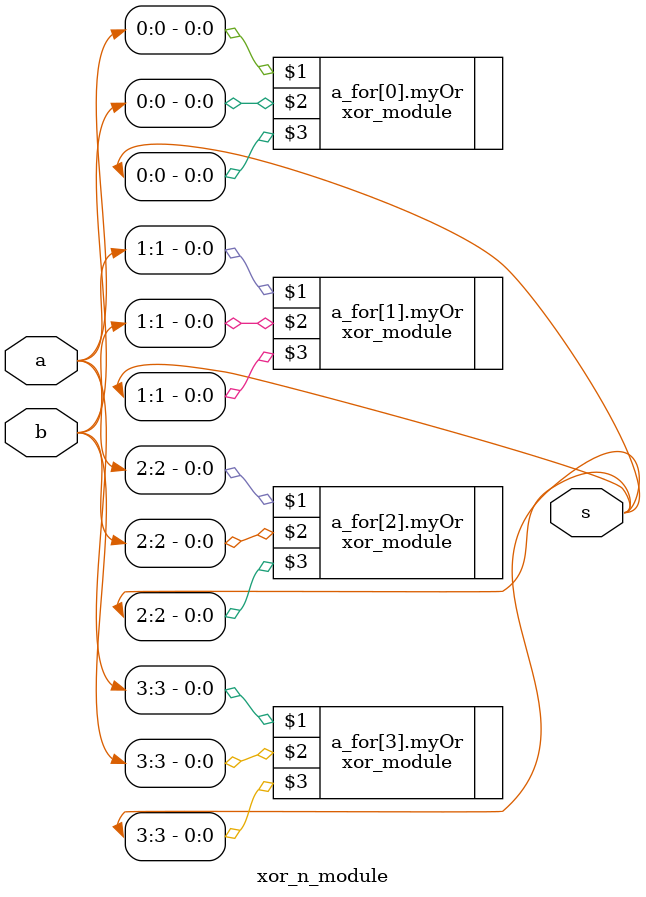
<source format=sv>

module xor_n_module #(parameter N = 4)
						(input [N-1:0] a, b,
						 output [N-1:0] s);
	
	
	genvar i; //se crea una variable interna como contador

	generate
		//por cada bit se crea un xor de 1 bit y se unen entre si
		for(i = 0; i < N; i = i + 1) begin: a_for
			xor_module myOr(a[i], b[i], s[i]);
		end: a_for
	
	endgenerate
		
endmodule 
</source>
